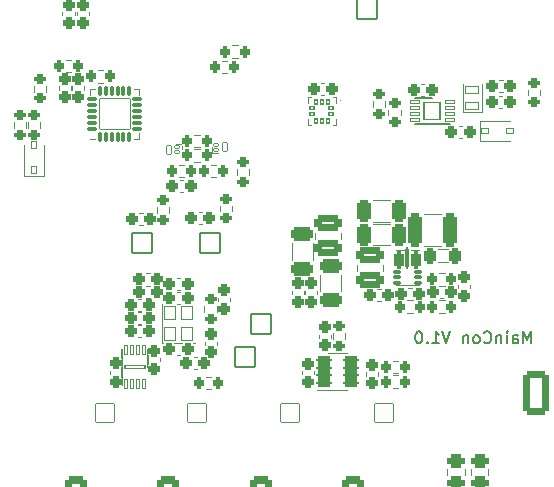
<source format=gbo>
G04 #@! TF.GenerationSoftware,KiCad,Pcbnew,(6.0.7)*
G04 #@! TF.CreationDate,2022-10-27T11:48:24+02:00*
G04 #@! TF.ProjectId,mainControl,6d61696e-436f-46e7-9472-6f6c2e6b6963,rev?*
G04 #@! TF.SameCoordinates,Original*
G04 #@! TF.FileFunction,Legend,Bot*
G04 #@! TF.FilePolarity,Positive*
%FSLAX46Y46*%
G04 Gerber Fmt 4.6, Leading zero omitted, Abs format (unit mm)*
G04 Created by KiCad (PCBNEW (6.0.7)) date 2022-10-27 11:48:24*
%MOMM*%
%LPD*%
G01*
G04 APERTURE LIST*
G04 Aperture macros list*
%AMRoundRect*
0 Rectangle with rounded corners*
0 $1 Rounding radius*
0 $2 $3 $4 $5 $6 $7 $8 $9 X,Y pos of 4 corners*
0 Add a 4 corners polygon primitive as box body*
4,1,4,$2,$3,$4,$5,$6,$7,$8,$9,$2,$3,0*
0 Add four circle primitives for the rounded corners*
1,1,$1+$1,$2,$3*
1,1,$1+$1,$4,$5*
1,1,$1+$1,$6,$7*
1,1,$1+$1,$8,$9*
0 Add four rect primitives between the rounded corners*
20,1,$1+$1,$2,$3,$4,$5,0*
20,1,$1+$1,$4,$5,$6,$7,0*
20,1,$1+$1,$6,$7,$8,$9,0*
20,1,$1+$1,$8,$9,$2,$3,0*%
G04 Aperture macros list end*
%ADD10C,0.150000*%
%ADD11C,0.120000*%
%ADD12RoundRect,0.050000X0.850000X-0.850000X0.850000X0.850000X-0.850000X0.850000X-0.850000X-0.850000X0*%
%ADD13O,1.800000X1.800000*%
%ADD14RoundRect,0.300000X-0.620000X-0.845000X0.620000X-0.845000X0.620000X0.845000X-0.620000X0.845000X0*%
%ADD15O,1.840000X2.290000*%
%ADD16RoundRect,0.050000X0.850000X0.850000X-0.850000X0.850000X-0.850000X-0.850000X0.850000X-0.850000X0*%
%ADD17C,3.300000*%
%ADD18RoundRect,0.050000X-0.850000X0.850000X-0.850000X-0.850000X0.850000X-0.850000X0.850000X0.850000X0*%
%ADD19RoundRect,0.050000X0.800000X0.800000X-0.800000X0.800000X-0.800000X-0.800000X0.800000X-0.800000X0*%
%ADD20C,1.700000*%
%ADD21RoundRect,0.299999X0.790001X1.550001X-0.790001X1.550001X-0.790001X-1.550001X0.790001X-1.550001X0*%
%ADD22O,2.180000X3.700000*%
%ADD23O,2.000000X1.150000*%
%ADD24RoundRect,0.275000X-0.225000X-0.250000X0.225000X-0.250000X0.225000X0.250000X-0.225000X0.250000X0*%
%ADD25RoundRect,0.268750X-0.256250X0.218750X-0.256250X-0.218750X0.256250X-0.218750X0.256250X0.218750X0*%
%ADD26RoundRect,0.275000X0.250000X-0.225000X0.250000X0.225000X-0.250000X0.225000X-0.250000X-0.225000X0*%
%ADD27RoundRect,0.250000X-0.275000X0.200000X-0.275000X-0.200000X0.275000X-0.200000X0.275000X0.200000X0*%
%ADD28RoundRect,0.250000X0.200000X0.275000X-0.200000X0.275000X-0.200000X-0.275000X0.200000X-0.275000X0*%
%ADD29RoundRect,0.250000X0.275000X-0.200000X0.275000X0.200000X-0.275000X0.200000X-0.275000X-0.200000X0*%
%ADD30RoundRect,0.250000X-0.200000X-0.275000X0.200000X-0.275000X0.200000X0.275000X-0.200000X0.275000X0*%
%ADD31RoundRect,0.300000X-0.325000X-1.100000X0.325000X-1.100000X0.325000X1.100000X-0.325000X1.100000X0*%
%ADD32RoundRect,0.275000X-0.250000X0.225000X-0.250000X-0.225000X0.250000X-0.225000X0.250000X0.225000X0*%
%ADD33RoundRect,0.275000X0.225000X0.250000X-0.225000X0.250000X-0.225000X-0.250000X0.225000X-0.250000X0*%
%ADD34RoundRect,0.050000X0.200000X-0.125000X0.200000X0.125000X-0.200000X0.125000X-0.200000X-0.125000X0*%
%ADD35RoundRect,0.050000X0.200000X-0.350000X0.200000X0.350000X-0.200000X0.350000X-0.200000X-0.350000X0*%
%ADD36RoundRect,0.050000X0.375000X0.150000X-0.375000X0.150000X-0.375000X-0.150000X0.375000X-0.150000X0*%
%ADD37RoundRect,0.050000X0.680000X0.730000X-0.680000X0.730000X-0.680000X-0.730000X0.680000X-0.730000X0*%
%ADD38RoundRect,0.112500X-0.350000X-0.062500X0.350000X-0.062500X0.350000X0.062500X-0.350000X0.062500X0*%
%ADD39RoundRect,0.112500X-0.062500X-0.350000X0.062500X-0.350000X0.062500X0.350000X-0.062500X0.350000X0*%
%ADD40RoundRect,0.050000X-1.300000X-1.300000X1.300000X-1.300000X1.300000X1.300000X-1.300000X1.300000X0*%
%ADD41RoundRect,0.300000X0.650000X-0.325000X0.650000X0.325000X-0.650000X0.325000X-0.650000X-0.325000X0*%
%ADD42RoundRect,0.050000X0.500000X-0.575000X0.500000X0.575000X-0.500000X0.575000X-0.500000X-0.575000X0*%
%ADD43RoundRect,0.050000X0.150000X-0.375000X0.150000X0.375000X-0.150000X0.375000X-0.150000X-0.375000X0*%
%ADD44RoundRect,0.050000X0.850000X-0.150000X0.850000X0.150000X-0.850000X0.150000X-0.850000X-0.150000X0*%
%ADD45RoundRect,0.300000X0.450000X-0.262500X0.450000X0.262500X-0.450000X0.262500X-0.450000X-0.262500X0*%
%ADD46RoundRect,0.300000X0.325000X0.650000X-0.325000X0.650000X-0.325000X-0.650000X0.325000X-0.650000X0*%
%ADD47RoundRect,0.175000X-0.537500X-0.125000X0.537500X-0.125000X0.537500X0.125000X-0.537500X0.125000X0*%
%ADD48RoundRect,0.050000X0.550000X-0.300000X0.550000X0.300000X-0.550000X0.300000X-0.550000X-0.300000X0*%
%ADD49RoundRect,0.300000X-0.850000X0.375000X-0.850000X-0.375000X0.850000X-0.375000X0.850000X0.375000X0*%
%ADD50RoundRect,0.300000X0.850000X-0.375000X0.850000X0.375000X-0.850000X0.375000X-0.850000X-0.375000X0*%
%ADD51RoundRect,0.250000X0.200000X0.525000X-0.200000X0.525000X-0.200000X-0.525000X0.200000X-0.525000X0*%
%ADD52RoundRect,0.125000X0.225000X0.075000X-0.225000X0.075000X-0.225000X-0.075000X0.225000X-0.075000X0*%
%ADD53RoundRect,0.125000X0.075000X0.787500X-0.075000X0.787500X-0.075000X-0.787500X0.075000X-0.787500X0*%
%ADD54RoundRect,0.050000X0.165100X-0.152400X0.165100X0.152400X-0.165100X0.152400X-0.165100X-0.152400X0*%
%ADD55RoundRect,0.050000X0.152400X0.165100X-0.152400X0.165100X-0.152400X-0.165100X0.152400X-0.165100X0*%
%ADD56RoundRect,0.268750X-0.218750X-0.381250X0.218750X-0.381250X0.218750X0.381250X-0.218750X0.381250X0*%
%ADD57RoundRect,0.050000X-0.300000X-0.225000X0.300000X-0.225000X0.300000X0.225000X-0.300000X0.225000X0*%
%ADD58RoundRect,0.050000X0.225000X-0.300000X0.225000X0.300000X-0.225000X0.300000X-0.225000X-0.300000X0*%
%ADD59RoundRect,0.050000X-0.200000X0.125000X-0.200000X-0.125000X0.200000X-0.125000X0.200000X0.125000X0*%
%ADD60RoundRect,0.050000X-0.200000X0.350000X-0.200000X-0.350000X0.200000X-0.350000X0.200000X0.350000X0*%
G04 APERTURE END LIST*
D10*
X115880952Y-161702380D02*
X115880952Y-160702380D01*
X115547619Y-161416666D01*
X115214285Y-160702380D01*
X115214285Y-161702380D01*
X114309523Y-161702380D02*
X114309523Y-161178571D01*
X114357142Y-161083333D01*
X114452380Y-161035714D01*
X114642857Y-161035714D01*
X114738095Y-161083333D01*
X114309523Y-161654761D02*
X114404761Y-161702380D01*
X114642857Y-161702380D01*
X114738095Y-161654761D01*
X114785714Y-161559523D01*
X114785714Y-161464285D01*
X114738095Y-161369047D01*
X114642857Y-161321428D01*
X114404761Y-161321428D01*
X114309523Y-161273809D01*
X113833333Y-161702380D02*
X113833333Y-161035714D01*
X113833333Y-160702380D02*
X113880952Y-160750000D01*
X113833333Y-160797619D01*
X113785714Y-160750000D01*
X113833333Y-160702380D01*
X113833333Y-160797619D01*
X113357142Y-161035714D02*
X113357142Y-161702380D01*
X113357142Y-161130952D02*
X113309523Y-161083333D01*
X113214285Y-161035714D01*
X113071428Y-161035714D01*
X112976190Y-161083333D01*
X112928571Y-161178571D01*
X112928571Y-161702380D01*
X111880952Y-161607142D02*
X111928571Y-161654761D01*
X112071428Y-161702380D01*
X112166666Y-161702380D01*
X112309523Y-161654761D01*
X112404761Y-161559523D01*
X112452380Y-161464285D01*
X112500000Y-161273809D01*
X112500000Y-161130952D01*
X112452380Y-160940476D01*
X112404761Y-160845238D01*
X112309523Y-160750000D01*
X112166666Y-160702380D01*
X112071428Y-160702380D01*
X111928571Y-160750000D01*
X111880952Y-160797619D01*
X111309523Y-161702380D02*
X111404761Y-161654761D01*
X111452380Y-161607142D01*
X111500000Y-161511904D01*
X111500000Y-161226190D01*
X111452380Y-161130952D01*
X111404761Y-161083333D01*
X111309523Y-161035714D01*
X111166666Y-161035714D01*
X111071428Y-161083333D01*
X111023809Y-161130952D01*
X110976190Y-161226190D01*
X110976190Y-161511904D01*
X111023809Y-161607142D01*
X111071428Y-161654761D01*
X111166666Y-161702380D01*
X111309523Y-161702380D01*
X110547619Y-161035714D02*
X110547619Y-161702380D01*
X110547619Y-161130952D02*
X110500000Y-161083333D01*
X110404761Y-161035714D01*
X110261904Y-161035714D01*
X110166666Y-161083333D01*
X110119047Y-161178571D01*
X110119047Y-161702380D01*
X109023809Y-160702380D02*
X108690476Y-161702380D01*
X108357142Y-160702380D01*
X107500000Y-161702380D02*
X108071428Y-161702380D01*
X107785714Y-161702380D02*
X107785714Y-160702380D01*
X107880952Y-160845238D01*
X107976190Y-160940476D01*
X108071428Y-160988095D01*
X107071428Y-161607142D02*
X107023809Y-161654761D01*
X107071428Y-161702380D01*
X107119047Y-161654761D01*
X107071428Y-161607142D01*
X107071428Y-161702380D01*
X106404761Y-160702380D02*
X106309523Y-160702380D01*
X106214285Y-160750000D01*
X106166666Y-160797619D01*
X106119047Y-160892857D01*
X106071428Y-161083333D01*
X106071428Y-161321428D01*
X106119047Y-161511904D01*
X106166666Y-161607142D01*
X106214285Y-161654761D01*
X106309523Y-161702380D01*
X106404761Y-161702380D01*
X106500000Y-161654761D01*
X106547619Y-161607142D01*
X106595238Y-161511904D01*
X106642857Y-161321428D01*
X106642857Y-161083333D01*
X106595238Y-160892857D01*
X106547619Y-160797619D01*
X106500000Y-160750000D01*
X106404761Y-160702380D01*
D11*
X87284420Y-162890000D02*
X87565580Y-162890000D01*
X87284420Y-163910000D02*
X87565580Y-163910000D01*
X96690000Y-157237221D02*
X96690000Y-157562779D01*
X97710000Y-157237221D02*
X97710000Y-157562779D01*
X90360000Y-158140580D02*
X90360000Y-157859420D01*
X89340000Y-158140580D02*
X89340000Y-157859420D01*
X116636786Y-140237742D02*
X116636786Y-140712258D01*
X115591786Y-140237742D02*
X115591786Y-140712258D01*
X90137258Y-137777500D02*
X89662742Y-137777500D01*
X90137258Y-138822500D02*
X89662742Y-138822500D01*
X85222500Y-150162742D02*
X85222500Y-150637258D01*
X84177500Y-150162742D02*
X84177500Y-150637258D01*
X86134420Y-148910000D02*
X86415580Y-148910000D01*
X86134420Y-147890000D02*
X86415580Y-147890000D01*
X82584420Y-159090000D02*
X82865580Y-159090000D01*
X82584420Y-160110000D02*
X82865580Y-160110000D01*
X96490000Y-164340580D02*
X96490000Y-164059420D01*
X97510000Y-164340580D02*
X97510000Y-164059420D01*
X89247500Y-159037258D02*
X89247500Y-158562742D01*
X88202500Y-159037258D02*
X88202500Y-158562742D01*
X87337742Y-145277500D02*
X87812258Y-145277500D01*
X87337742Y-146322500D02*
X87812258Y-146322500D01*
X108062742Y-156822500D02*
X108537258Y-156822500D01*
X108062742Y-155777500D02*
X108537258Y-155777500D01*
X106788748Y-150740000D02*
X108211252Y-150740000D01*
X106788748Y-153460000D02*
X108211252Y-153460000D01*
X82584420Y-160190000D02*
X82865580Y-160190000D01*
X82584420Y-161210000D02*
X82865580Y-161210000D01*
X76190000Y-133940580D02*
X76190000Y-133659420D01*
X77210000Y-133940580D02*
X77210000Y-133659420D01*
X106559420Y-140760000D02*
X106840580Y-140760000D01*
X106559420Y-139740000D02*
X106840580Y-139740000D01*
X89212258Y-146577500D02*
X88737742Y-146577500D01*
X89212258Y-147622500D02*
X88737742Y-147622500D01*
X84435000Y-162959420D02*
X84435000Y-163240580D01*
X83415000Y-162959420D02*
X83415000Y-163240580D01*
X73777500Y-139912742D02*
X73777500Y-140387258D01*
X74822500Y-139912742D02*
X74822500Y-140387258D01*
X95590000Y-157237221D02*
X95590000Y-157562779D01*
X96610000Y-157237221D02*
X96610000Y-157562779D01*
X91037258Y-136477500D02*
X90562742Y-136477500D01*
X91037258Y-137522500D02*
X90562742Y-137522500D01*
X76910000Y-140240580D02*
X76910000Y-139959420D01*
X75890000Y-140240580D02*
X75890000Y-139959420D01*
X86165580Y-157210000D02*
X85884420Y-157210000D01*
X86165580Y-156190000D02*
X85884420Y-156190000D01*
X85884420Y-161690000D02*
X86165580Y-161690000D01*
X85884420Y-162710000D02*
X86165580Y-162710000D01*
X88875000Y-145600000D02*
X88875000Y-145100000D01*
X89375000Y-145600000D02*
X88875000Y-145600000D01*
X82990580Y-150690000D02*
X82709420Y-150690000D01*
X82990580Y-151710000D02*
X82709420Y-151710000D01*
X104162742Y-164427500D02*
X104637258Y-164427500D01*
X104162742Y-165472500D02*
X104637258Y-165472500D01*
D10*
X109000000Y-143170000D02*
X106000000Y-143170000D01*
X107500000Y-140930000D02*
X106000000Y-140930000D01*
D11*
X82235000Y-144410000D02*
X82710000Y-144410000D01*
X82710000Y-140190000D02*
X82710000Y-140665000D01*
X82235000Y-140190000D02*
X82710000Y-140190000D01*
X78965000Y-140190000D02*
X78490000Y-140190000D01*
X78490000Y-140190000D02*
X78490000Y-140665000D01*
X78965000Y-144410000D02*
X78490000Y-144410000D01*
X82710000Y-144410000D02*
X82710000Y-143935000D01*
X88000580Y-151610000D02*
X87719420Y-151610000D01*
X88000580Y-150590000D02*
X87719420Y-150590000D01*
X113159420Y-141760000D02*
X113440580Y-141760000D01*
X113159420Y-140740000D02*
X113440580Y-140740000D01*
X95590000Y-154611252D02*
X95590000Y-153188748D01*
X97410000Y-154611252D02*
X97410000Y-153188748D01*
X83284420Y-156890000D02*
X83565580Y-156890000D01*
X83284420Y-157910000D02*
X83565580Y-157910000D01*
X80215000Y-164034420D02*
X80215000Y-164315580D01*
X81235000Y-164034420D02*
X81235000Y-164315580D01*
X108062742Y-159122500D02*
X108537258Y-159122500D01*
X108062742Y-158077500D02*
X108537258Y-158077500D01*
X84625000Y-161650000D02*
X84625000Y-158350000D01*
X87425000Y-161650000D02*
X84625000Y-161650000D01*
X83284420Y-156810000D02*
X83565580Y-156810000D01*
X83284420Y-155790000D02*
X83565580Y-155790000D01*
X99077500Y-160862742D02*
X99077500Y-161337258D01*
X100122500Y-160862742D02*
X100122500Y-161337258D01*
D10*
X81200000Y-165200000D02*
X81200000Y-162200000D01*
X83450000Y-163700000D02*
X83450000Y-162200000D01*
D11*
X72077500Y-143437258D02*
X72077500Y-142962742D01*
X73122500Y-143437258D02*
X73122500Y-142962742D01*
X112235000Y-172827064D02*
X112235000Y-172372936D01*
X110765000Y-172827064D02*
X110765000Y-172372936D01*
X77390000Y-133940580D02*
X77390000Y-133659420D01*
X78410000Y-133940580D02*
X78410000Y-133659420D01*
X113173706Y-140460000D02*
X113454866Y-140460000D01*
X113173706Y-139440000D02*
X113454866Y-139440000D01*
X103911252Y-149590000D02*
X102488748Y-149590000D01*
X103911252Y-151410000D02*
X102488748Y-151410000D01*
X99500000Y-165660000D02*
X97700000Y-165660000D01*
X99500000Y-162540000D02*
X100300000Y-162540000D01*
X99500000Y-165660000D02*
X100300000Y-165660000D01*
X99500000Y-162540000D02*
X98700000Y-162540000D01*
X111700000Y-142150000D02*
X110100000Y-142150000D01*
X110100000Y-142150000D02*
X110100000Y-139750000D01*
X111700000Y-139750000D02*
X111700000Y-142150000D01*
X88312742Y-164527500D02*
X88787258Y-164527500D01*
X88312742Y-165572500D02*
X88787258Y-165572500D01*
X82584420Y-157990000D02*
X82865580Y-157990000D01*
X82584420Y-159010000D02*
X82865580Y-159010000D01*
X97590000Y-152338748D02*
X97590000Y-152861252D01*
X99810000Y-152338748D02*
X99810000Y-152861252D01*
X103310000Y-155561252D02*
X103310000Y-155038748D01*
X101090000Y-155561252D02*
X101090000Y-155038748D01*
X102910000Y-164440580D02*
X102910000Y-164159420D01*
X101890000Y-164440580D02*
X101890000Y-164159420D01*
X105362742Y-159122500D02*
X105837258Y-159122500D01*
X105362742Y-158077500D02*
X105837258Y-158077500D01*
X92022500Y-147437258D02*
X92022500Y-146962742D01*
X90977500Y-147437258D02*
X90977500Y-146962742D01*
X86037742Y-147622500D02*
X86512258Y-147622500D01*
X86037742Y-146577500D02*
X86512258Y-146577500D01*
X106400000Y-153800000D02*
X105700000Y-153800000D01*
X106400000Y-156800000D02*
X104400000Y-156800000D01*
X104400000Y-153800000D02*
X105100000Y-153800000D01*
X106450000Y-153550000D02*
G75*
G03*
X106450000Y-153550000I-50000J0D01*
G01*
X86165580Y-158410000D02*
X85884420Y-158410000D01*
X86165580Y-157390000D02*
X85884420Y-157390000D01*
X99062566Y-140888000D02*
X99312000Y-140888000D01*
X96949800Y-140888000D02*
X97199234Y-140888000D01*
X99312000Y-140888000D02*
X99312000Y-141387497D01*
X99312000Y-142750703D02*
X99312000Y-143250200D01*
X99312000Y-143250200D02*
X99062566Y-143250200D01*
X97199234Y-143250200D02*
X96949800Y-143250200D01*
X96949800Y-143250200D02*
X96949800Y-142750703D01*
X96949800Y-141387497D02*
X96949800Y-140888000D01*
X99700000Y-141150000D02*
G75*
G03*
X99700000Y-141150000I-50000J0D01*
G01*
X88215000Y-161559420D02*
X88215000Y-161840580D01*
X89235000Y-161559420D02*
X89235000Y-161840580D01*
X98370580Y-140721467D02*
X98089420Y-140721467D01*
X98370580Y-139701467D02*
X98089420Y-139701467D01*
X76462742Y-137677500D02*
X76937258Y-137677500D01*
X76462742Y-138722500D02*
X76937258Y-138722500D01*
X102859420Y-158110000D02*
X103140580Y-158110000D01*
X102859420Y-157090000D02*
X103140580Y-157090000D01*
X105740580Y-158010000D02*
X105459420Y-158010000D01*
X105740580Y-156990000D02*
X105459420Y-156990000D01*
X103911252Y-153410000D02*
X102488748Y-153410000D01*
X103911252Y-151590000D02*
X102488748Y-151590000D01*
X108000378Y-154860000D02*
X108799622Y-154860000D01*
X108000378Y-153740000D02*
X108799622Y-153740000D01*
X103536786Y-141687258D02*
X103536786Y-141212742D01*
X102491786Y-141687258D02*
X102491786Y-141212742D01*
X76990000Y-140240580D02*
X76990000Y-139959420D01*
X78010000Y-140240580D02*
X78010000Y-139959420D01*
X104162742Y-163177500D02*
X104637258Y-163177500D01*
X104162742Y-164222500D02*
X104637258Y-164222500D01*
X111514286Y-144600000D02*
X114064286Y-144600000D01*
X111514286Y-142900000D02*
X114064286Y-142900000D01*
X111514286Y-144600000D02*
X111514286Y-142900000D01*
X72950000Y-147500000D02*
X72950000Y-144950000D01*
X74650000Y-147500000D02*
X74650000Y-144950000D01*
X74650000Y-147500000D02*
X72950000Y-147500000D01*
X103791786Y-142387258D02*
X103791786Y-141912742D01*
X104836786Y-142387258D02*
X104836786Y-141912742D01*
X73277500Y-143437258D02*
X73277500Y-142962742D01*
X74322500Y-143437258D02*
X74322500Y-142962742D01*
X109690000Y-157040580D02*
X109690000Y-156759420D01*
X110710000Y-157040580D02*
X110710000Y-156759420D01*
X108765000Y-172827064D02*
X108765000Y-172372936D01*
X110235000Y-172827064D02*
X110235000Y-172372936D01*
X98960000Y-160959420D02*
X98960000Y-161240580D01*
X97940000Y-160959420D02*
X97940000Y-161240580D01*
X108440580Y-156890000D02*
X108159420Y-156890000D01*
X108440580Y-157910000D02*
X108159420Y-157910000D01*
X97990000Y-157311252D02*
X97990000Y-155888748D01*
X99810000Y-157311252D02*
X99810000Y-155888748D01*
X85775000Y-144800000D02*
X86275000Y-144800000D01*
X86275000Y-144800000D02*
X86275000Y-145300000D01*
X79637258Y-139622500D02*
X79162742Y-139622500D01*
X79637258Y-138577500D02*
X79162742Y-138577500D01*
X87812258Y-145122500D02*
X87337742Y-145122500D01*
X87812258Y-144077500D02*
X87337742Y-144077500D01*
X90582500Y-150062742D02*
X90582500Y-150537258D01*
X89537500Y-150062742D02*
X89537500Y-150537258D01*
X110040580Y-144360000D02*
X109759420Y-144360000D01*
X110040580Y-143340000D02*
X109759420Y-143340000D01*
%LPC*%
D12*
X91650000Y-162875000D03*
D13*
X94190000Y-162875000D03*
D14*
X100800000Y-174100000D03*
D15*
X103340000Y-174100000D03*
X105880000Y-174100000D03*
D12*
X101950000Y-133375000D03*
D13*
X104490000Y-133375000D03*
X107030000Y-133375000D03*
X109570000Y-133375000D03*
D16*
X93000000Y-160075000D03*
D13*
X93000000Y-157535000D03*
X93000000Y-154995000D03*
D17*
X117000000Y-174000000D03*
D18*
X82900000Y-153225000D03*
D13*
X80360000Y-153225000D03*
D19*
X87582380Y-167600000D03*
D20*
X85082380Y-167600000D03*
D14*
X85160000Y-174120000D03*
D15*
X87700000Y-174120000D03*
X90240000Y-174120000D03*
D17*
X117000000Y-135000000D03*
D14*
X93000000Y-174100000D03*
D15*
X95540000Y-174100000D03*
X98080000Y-174100000D03*
D19*
X103382380Y-167600000D03*
D20*
X100882380Y-167600000D03*
D19*
X95482380Y-167600000D03*
D20*
X92982380Y-167600000D03*
D21*
X116240000Y-165877500D03*
D22*
X111160000Y-165877500D03*
D17*
X73000000Y-135000000D03*
X73000000Y-174000000D03*
D18*
X88700000Y-153225000D03*
D13*
X86160000Y-153225000D03*
D14*
X77360000Y-174120000D03*
D15*
X79900000Y-174120000D03*
X82440000Y-174120000D03*
D23*
X71470000Y-162955000D03*
X71470000Y-155805000D03*
X71400000Y-139050000D03*
X71400000Y-146200000D03*
D19*
X79782380Y-167600000D03*
D20*
X77282380Y-167600000D03*
D24*
X86650000Y-163400000D03*
X88200000Y-163400000D03*
D25*
X97200000Y-156612500D03*
X97200000Y-158187500D03*
D26*
X89850000Y-158775000D03*
X89850000Y-157225000D03*
D27*
X116114286Y-139650000D03*
X116114286Y-141300000D03*
D28*
X90725000Y-138300000D03*
X89075000Y-138300000D03*
D27*
X84700000Y-149575000D03*
X84700000Y-151225000D03*
D24*
X85500000Y-148400000D03*
X87050000Y-148400000D03*
X81950000Y-159600000D03*
X83500000Y-159600000D03*
D26*
X97000000Y-164975000D03*
X97000000Y-163425000D03*
D29*
X88725000Y-159625000D03*
X88725000Y-157975000D03*
D30*
X86750000Y-145800000D03*
X88400000Y-145800000D03*
X107475000Y-156300000D03*
X109125000Y-156300000D03*
D31*
X106025000Y-152100000D03*
X108975000Y-152100000D03*
D24*
X81950000Y-160700000D03*
X83500000Y-160700000D03*
D26*
X76700000Y-134575000D03*
X76700000Y-133025000D03*
D24*
X105925000Y-140250000D03*
X107475000Y-140250000D03*
D28*
X89800000Y-147100000D03*
X88150000Y-147100000D03*
D32*
X83925000Y-162325000D03*
X83925000Y-163875000D03*
D27*
X74300000Y-139325000D03*
X74300000Y-140975000D03*
D25*
X96100000Y-156612500D03*
X96100000Y-158187500D03*
D28*
X91625000Y-137000000D03*
X89975000Y-137000000D03*
D26*
X76400000Y-140875000D03*
X76400000Y-139325000D03*
D33*
X86800000Y-156700000D03*
X85250000Y-156700000D03*
D24*
X85250000Y-162200000D03*
X86800000Y-162200000D03*
D34*
X89225000Y-145325000D03*
X89225000Y-144875000D03*
D35*
X89925000Y-145100000D03*
D33*
X83625000Y-151200000D03*
X82075000Y-151200000D03*
D30*
X103575000Y-164950000D03*
X105225000Y-164950000D03*
D36*
X109000000Y-141300000D03*
X109000000Y-141800000D03*
X109000000Y-142300000D03*
X109000000Y-142800000D03*
X106000000Y-142800000D03*
X106000000Y-142300000D03*
X106000000Y-141800000D03*
X106000000Y-141300000D03*
D37*
X107500000Y-142050000D03*
D38*
X78662500Y-143550000D03*
X78662500Y-143050000D03*
X78662500Y-142550000D03*
X78662500Y-142050000D03*
X78662500Y-141550000D03*
X78662500Y-141050000D03*
D39*
X79350000Y-140362500D03*
X79850000Y-140362500D03*
X80350000Y-140362500D03*
X80850000Y-140362500D03*
X81350000Y-140362500D03*
X81850000Y-140362500D03*
D38*
X82537500Y-141050000D03*
X82537500Y-141550000D03*
X82537500Y-142050000D03*
X82537500Y-142550000D03*
X82537500Y-143050000D03*
X82537500Y-143550000D03*
D39*
X81850000Y-144237500D03*
X81350000Y-144237500D03*
X80850000Y-144237500D03*
X80350000Y-144237500D03*
X79850000Y-144237500D03*
X79350000Y-144237500D03*
D40*
X80600000Y-142300000D03*
D33*
X88635000Y-151100000D03*
X87085000Y-151100000D03*
D24*
X112525000Y-141250000D03*
X114075000Y-141250000D03*
D41*
X96500000Y-155375000D03*
X96500000Y-152425000D03*
D24*
X82650000Y-157400000D03*
X84200000Y-157400000D03*
D32*
X80725000Y-163400000D03*
X80725000Y-164950000D03*
D30*
X107475000Y-158600000D03*
X109125000Y-158600000D03*
D42*
X85325000Y-160875000D03*
X85325000Y-159125000D03*
X86725000Y-159125000D03*
X86725000Y-160875000D03*
D24*
X82650000Y-156300000D03*
X84200000Y-156300000D03*
D27*
X99600000Y-160275000D03*
X99600000Y-161925000D03*
D43*
X83075000Y-165150000D03*
X82575000Y-165150000D03*
X82075000Y-165150000D03*
X81575000Y-165150000D03*
X81575000Y-162250000D03*
X82075000Y-162250000D03*
X82575000Y-162250000D03*
X83075000Y-162250000D03*
D44*
X82325000Y-163700000D03*
D29*
X72600000Y-144025000D03*
X72600000Y-142375000D03*
D45*
X111500000Y-173512500D03*
X111500000Y-171687500D03*
D26*
X77900000Y-134575000D03*
X77900000Y-133025000D03*
D24*
X112539286Y-139950000D03*
X114089286Y-139950000D03*
D46*
X104675000Y-150500000D03*
X101725000Y-150500000D03*
D47*
X98362500Y-165075000D03*
X98362500Y-164425000D03*
X98362500Y-163775000D03*
X98362500Y-163125000D03*
X100637500Y-163125000D03*
X100637500Y-163775000D03*
X100637500Y-164425000D03*
X100637500Y-165075000D03*
D48*
X110900000Y-141650000D03*
X110900000Y-140250000D03*
D30*
X87725000Y-165050000D03*
X89375000Y-165050000D03*
D24*
X81950000Y-158500000D03*
X83500000Y-158500000D03*
D49*
X98700000Y-151525000D03*
X98700000Y-153675000D03*
D50*
X102200000Y-156375000D03*
X102200000Y-154225000D03*
D26*
X102400000Y-165075000D03*
X102400000Y-163525000D03*
D30*
X104775000Y-158600000D03*
X106425000Y-158600000D03*
D29*
X91500000Y-148025000D03*
X91500000Y-146375000D03*
D30*
X85450000Y-147100000D03*
X87100000Y-147100000D03*
D51*
X106150000Y-154612500D03*
D52*
X106250000Y-155662500D03*
X106250000Y-156112500D03*
X106250000Y-156562500D03*
X104550000Y-156562500D03*
X104550000Y-156112500D03*
X104550000Y-155662500D03*
D51*
X104650000Y-154612500D03*
D53*
X105400000Y-154475000D03*
D33*
X86800000Y-157900000D03*
X85250000Y-157900000D03*
D54*
X98965801Y-141819037D03*
X98965801Y-142319163D03*
D55*
X98631026Y-142904001D03*
X98130900Y-142904001D03*
X97630774Y-142904001D03*
D54*
X97295999Y-142319163D03*
X97295999Y-141819037D03*
D55*
X97630774Y-141234199D03*
X98130900Y-141234199D03*
X98631026Y-141234199D03*
D32*
X88725000Y-160925000D03*
X88725000Y-162475000D03*
D33*
X99005000Y-140211467D03*
X97455000Y-140211467D03*
D30*
X75875000Y-138200000D03*
X77525000Y-138200000D03*
D24*
X102225000Y-157600000D03*
X103775000Y-157600000D03*
D33*
X106375000Y-157500000D03*
X104825000Y-157500000D03*
D46*
X104675000Y-152500000D03*
X101725000Y-152500000D03*
D56*
X107337500Y-154300000D03*
X109462500Y-154300000D03*
D29*
X103014286Y-142275000D03*
X103014286Y-140625000D03*
D26*
X77500000Y-140875000D03*
X77500000Y-139325000D03*
D30*
X103575000Y-163700000D03*
X105225000Y-163700000D03*
D57*
X111964286Y-143750000D03*
X114064286Y-143750000D03*
D58*
X73800000Y-147050000D03*
X73800000Y-144950000D03*
D29*
X104314286Y-142975000D03*
X104314286Y-141325000D03*
X73800000Y-144025000D03*
X73800000Y-142375000D03*
D26*
X110200000Y-157675000D03*
X110200000Y-156125000D03*
D45*
X109500000Y-173512500D03*
X109500000Y-171687500D03*
D32*
X98450000Y-160325000D03*
X98450000Y-161875000D03*
D33*
X109075000Y-157400000D03*
X107525000Y-157400000D03*
D41*
X98900000Y-158075000D03*
X98900000Y-155125000D03*
D59*
X85925000Y-145075000D03*
X85925000Y-145525000D03*
D60*
X85225000Y-145300000D03*
D28*
X80225000Y-139100000D03*
X78575000Y-139100000D03*
X88400000Y-144600000D03*
X86750000Y-144600000D03*
D27*
X90060000Y-149475000D03*
X90060000Y-151125000D03*
D33*
X110675000Y-143850000D03*
X109125000Y-143850000D03*
M02*

</source>
